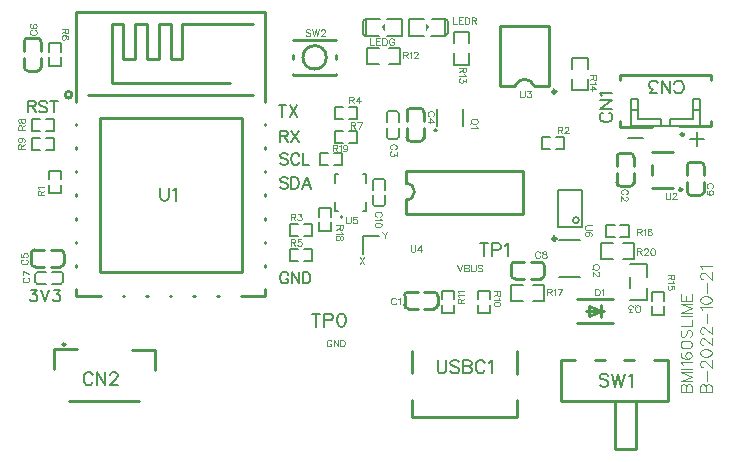
<source format=gto>
G04 Layer: TopSilkscreenLayer*
G04 EasyEDA v6.5.22, 2023-01-18 22:00:42*
G04 8e8bbbff4294455ebee03c083efee197,a9f00e695b414744abbaf3eb758947ea,10*
G04 Gerber Generator version 0.2*
G04 Scale: 100 percent, Rotated: No, Reflected: No *
G04 Dimensions in millimeters *
G04 leading zeros omitted , absolute positions ,4 integer and 5 decimal *
%FSLAX45Y45*%
%MOMM*%

%ADD10C,0.1000*%
%ADD11C,0.1520*%
%ADD12C,0.2000*%
%ADD13C,0.1524*%
%ADD14C,0.2540*%
%ADD15C,0.1270*%
%ADD16C,0.1500*%
%ADD17C,0.2500*%
%ADD18C,0.3000*%
%ADD19C,0.0116*%

%LPD*%
D10*
X7671561Y5676900D02*
G01*
X7767065Y5676900D01*
X7671561Y5676900D02*
G01*
X7671561Y5717794D01*
X7676134Y5731510D01*
X7680706Y5736081D01*
X7689595Y5740654D01*
X7698740Y5740654D01*
X7707884Y5736081D01*
X7712456Y5731510D01*
X7717027Y5717794D01*
X7717027Y5676900D02*
G01*
X7717027Y5717794D01*
X7721600Y5731510D01*
X7725918Y5736081D01*
X7735061Y5740654D01*
X7748777Y5740654D01*
X7757922Y5736081D01*
X7762493Y5731510D01*
X7767065Y5717794D01*
X7767065Y5676900D01*
X7671561Y5770626D02*
G01*
X7767065Y5770626D01*
X7671561Y5770626D02*
G01*
X7767065Y5806947D01*
X7671561Y5843270D02*
G01*
X7767065Y5806947D01*
X7671561Y5843270D02*
G01*
X7767065Y5843270D01*
X7671561Y5873242D02*
G01*
X7767065Y5873242D01*
X7689595Y5903213D02*
G01*
X7685024Y5912357D01*
X7671561Y5926073D01*
X7767065Y5926073D01*
X7685024Y6010655D02*
G01*
X7676134Y6006084D01*
X7671561Y5992368D01*
X7671561Y5983223D01*
X7676134Y5969507D01*
X7689595Y5960618D01*
X7712456Y5956045D01*
X7735061Y5956045D01*
X7753350Y5960618D01*
X7762493Y5969507D01*
X7767065Y5983223D01*
X7767065Y5987795D01*
X7762493Y6001512D01*
X7753350Y6010655D01*
X7739634Y6014973D01*
X7735061Y6014973D01*
X7721600Y6010655D01*
X7712456Y6001512D01*
X7707884Y5987795D01*
X7707884Y5983223D01*
X7712456Y5969507D01*
X7721600Y5960618D01*
X7735061Y5956045D01*
X7671561Y6072378D02*
G01*
X7676134Y6058662D01*
X7689595Y6049518D01*
X7712456Y6045200D01*
X7725918Y6045200D01*
X7748777Y6049518D01*
X7762493Y6058662D01*
X7767065Y6072378D01*
X7767065Y6081521D01*
X7762493Y6094984D01*
X7748777Y6104128D01*
X7725918Y6108700D01*
X7712456Y6108700D01*
X7689595Y6104128D01*
X7676134Y6094984D01*
X7671561Y6081521D01*
X7671561Y6072378D01*
X7685024Y6202426D02*
G01*
X7676134Y6193281D01*
X7671561Y6179565D01*
X7671561Y6161531D01*
X7676134Y6147815D01*
X7685024Y6138671D01*
X7694168Y6138671D01*
X7703311Y6143244D01*
X7707884Y6147815D01*
X7712456Y6156960D01*
X7721600Y6184137D01*
X7725918Y6193281D01*
X7730490Y6197854D01*
X7739634Y6202426D01*
X7753350Y6202426D01*
X7762493Y6193281D01*
X7767065Y6179565D01*
X7767065Y6161531D01*
X7762493Y6147815D01*
X7753350Y6138671D01*
X7671561Y6232397D02*
G01*
X7767065Y6232397D01*
X7767065Y6232397D02*
G01*
X7767065Y6287007D01*
X7671561Y6316979D02*
G01*
X7767065Y6316979D01*
X7671561Y6346952D02*
G01*
X7767065Y6346952D01*
X7671561Y6346952D02*
G01*
X7767065Y6383273D01*
X7671561Y6419595D02*
G01*
X7767065Y6383273D01*
X7671561Y6419595D02*
G01*
X7767065Y6419595D01*
X7671561Y6449568D02*
G01*
X7767065Y6449568D01*
X7671561Y6449568D02*
G01*
X7671561Y6508750D01*
X7717027Y6449568D02*
G01*
X7717027Y6485889D01*
X7767065Y6449568D02*
G01*
X7767065Y6508750D01*
X7836661Y5676900D02*
G01*
X7932165Y5676900D01*
X7836661Y5676900D02*
G01*
X7836661Y5717794D01*
X7841234Y5731510D01*
X7845806Y5736081D01*
X7854695Y5740654D01*
X7863840Y5740654D01*
X7872984Y5736081D01*
X7877556Y5731510D01*
X7882127Y5717794D01*
X7882127Y5676900D02*
G01*
X7882127Y5717794D01*
X7886700Y5731510D01*
X7891018Y5736081D01*
X7900161Y5740654D01*
X7913877Y5740654D01*
X7923022Y5736081D01*
X7927593Y5731510D01*
X7932165Y5717794D01*
X7932165Y5676900D01*
X7891018Y5770626D02*
G01*
X7891018Y5852413D01*
X7859268Y5886957D02*
G01*
X7854695Y5886957D01*
X7845806Y5891529D01*
X7841234Y5896102D01*
X7836661Y5904992D01*
X7836661Y5923279D01*
X7841234Y5932423D01*
X7845806Y5936995D01*
X7854695Y5941568D01*
X7863840Y5941568D01*
X7872984Y5936995D01*
X7886700Y5927852D01*
X7932165Y5882386D01*
X7932165Y5945886D01*
X7836661Y6003289D02*
G01*
X7841234Y5989573D01*
X7854695Y5980429D01*
X7877556Y5976112D01*
X7891018Y5976112D01*
X7913877Y5980429D01*
X7927593Y5989573D01*
X7932165Y6003289D01*
X7932165Y6012434D01*
X7927593Y6025895D01*
X7913877Y6035039D01*
X7891018Y6039612D01*
X7877556Y6039612D01*
X7854695Y6035039D01*
X7841234Y6025895D01*
X7836661Y6012434D01*
X7836661Y6003289D01*
X7859268Y6074155D02*
G01*
X7854695Y6074155D01*
X7845806Y6078728D01*
X7841234Y6083300D01*
X7836661Y6092444D01*
X7836661Y6110478D01*
X7841234Y6119621D01*
X7845806Y6124194D01*
X7854695Y6128765D01*
X7863840Y6128765D01*
X7872984Y6124194D01*
X7886700Y6115050D01*
X7932165Y6069584D01*
X7932165Y6133337D01*
X7859268Y6167881D02*
G01*
X7854695Y6167881D01*
X7845806Y6172454D01*
X7841234Y6177026D01*
X7836661Y6185915D01*
X7836661Y6204204D01*
X7841234Y6213347D01*
X7845806Y6217920D01*
X7854695Y6222237D01*
X7863840Y6222237D01*
X7872984Y6217920D01*
X7886700Y6208776D01*
X7932165Y6163310D01*
X7932165Y6226810D01*
X7891018Y6256781D02*
G01*
X7891018Y6338823D01*
X7854695Y6368795D02*
G01*
X7850124Y6377686D01*
X7836661Y6391402D01*
X7932165Y6391402D01*
X7836661Y6448805D02*
G01*
X7841234Y6435089D01*
X7854695Y6425945D01*
X7877556Y6421373D01*
X7891018Y6421373D01*
X7913877Y6425945D01*
X7927593Y6435089D01*
X7932165Y6448805D01*
X7932165Y6457695D01*
X7927593Y6471412D01*
X7913877Y6480555D01*
X7891018Y6485128D01*
X7877556Y6485128D01*
X7854695Y6480555D01*
X7841234Y6471412D01*
X7836661Y6457695D01*
X7836661Y6448805D01*
X7891018Y6515100D02*
G01*
X7891018Y6596887D01*
X7859268Y6631431D02*
G01*
X7854695Y6631431D01*
X7845806Y6636004D01*
X7841234Y6640576D01*
X7836661Y6649720D01*
X7836661Y6667754D01*
X7841234Y6676897D01*
X7845806Y6681470D01*
X7854695Y6686042D01*
X7863840Y6686042D01*
X7872984Y6681470D01*
X7886700Y6672326D01*
X7932165Y6626860D01*
X7932165Y6690613D01*
X7854695Y6720586D02*
G01*
X7850124Y6729729D01*
X7836661Y6743192D01*
X7932165Y6743192D01*
D11*
X2146300Y8139937D02*
G01*
X2146300Y8044434D01*
X2146300Y8139937D02*
G01*
X2187193Y8139937D01*
X2200909Y8135365D01*
X2205481Y8130794D01*
X2210054Y8121904D01*
X2210054Y8112760D01*
X2205481Y8103615D01*
X2200909Y8099044D01*
X2187193Y8094471D01*
X2146300Y8094471D01*
X2178050Y8094471D02*
G01*
X2210054Y8044434D01*
X2303525Y8126476D02*
G01*
X2294381Y8135365D01*
X2280920Y8139937D01*
X2262631Y8139937D01*
X2248915Y8135365D01*
X2240025Y8126476D01*
X2240025Y8117331D01*
X2244597Y8108187D01*
X2248915Y8103615D01*
X2258059Y8099044D01*
X2285491Y8089900D01*
X2294381Y8085581D01*
X2298954Y8081010D01*
X2303525Y8071865D01*
X2303525Y8058150D01*
X2294381Y8049005D01*
X2280920Y8044434D01*
X2262631Y8044434D01*
X2248915Y8049005D01*
X2240025Y8058150D01*
X2365502Y8139937D02*
G01*
X2365502Y8044434D01*
X2333497Y8139937D02*
G01*
X2397252Y8139937D01*
X4298950Y8101837D02*
G01*
X4298950Y8006334D01*
X4267200Y8101837D02*
G01*
X4330954Y8101837D01*
X4360925Y8101837D02*
G01*
X4424425Y8006334D01*
X4424425Y8101837D02*
G01*
X4360925Y8006334D01*
X4279900Y7885937D02*
G01*
X4279900Y7790434D01*
X4279900Y7885937D02*
G01*
X4320793Y7885937D01*
X4334509Y7881365D01*
X4339081Y7876794D01*
X4343654Y7867904D01*
X4343654Y7858760D01*
X4339081Y7849615D01*
X4334509Y7845044D01*
X4320793Y7840471D01*
X4279900Y7840471D01*
X4311650Y7840471D02*
G01*
X4343654Y7790434D01*
X4373625Y7885937D02*
G01*
X4437125Y7790434D01*
X4437125Y7885937D02*
G01*
X4373625Y7790434D01*
X4343654Y7681976D02*
G01*
X4334509Y7690865D01*
X4320793Y7695437D01*
X4302506Y7695437D01*
X4289043Y7690865D01*
X4279900Y7681976D01*
X4279900Y7672831D01*
X4284472Y7663687D01*
X4289043Y7659115D01*
X4298188Y7654544D01*
X4325365Y7645400D01*
X4334509Y7641081D01*
X4339081Y7636510D01*
X4343654Y7627365D01*
X4343654Y7613650D01*
X4334509Y7604505D01*
X4320793Y7599934D01*
X4302506Y7599934D01*
X4289043Y7604505D01*
X4279900Y7613650D01*
X4441697Y7672831D02*
G01*
X4437125Y7681976D01*
X4427981Y7690865D01*
X4419091Y7695437D01*
X4400804Y7695437D01*
X4391659Y7690865D01*
X4382515Y7681976D01*
X4378197Y7672831D01*
X4373625Y7659115D01*
X4373625Y7636510D01*
X4378197Y7622794D01*
X4382515Y7613650D01*
X4391659Y7604505D01*
X4400804Y7599934D01*
X4419091Y7599934D01*
X4427981Y7604505D01*
X4437125Y7613650D01*
X4441697Y7622794D01*
X4471670Y7695437D02*
G01*
X4471670Y7599934D01*
X4471670Y7599934D02*
G01*
X4526279Y7599934D01*
X4343654Y7478776D02*
G01*
X4334509Y7487665D01*
X4320793Y7492237D01*
X4302506Y7492237D01*
X4289043Y7487665D01*
X4279900Y7478776D01*
X4279900Y7469631D01*
X4284472Y7460487D01*
X4289043Y7455915D01*
X4298188Y7451344D01*
X4325365Y7442200D01*
X4334509Y7437881D01*
X4339081Y7433310D01*
X4343654Y7424165D01*
X4343654Y7410450D01*
X4334509Y7401305D01*
X4320793Y7396734D01*
X4302506Y7396734D01*
X4289043Y7401305D01*
X4279900Y7410450D01*
X4373625Y7492237D02*
G01*
X4373625Y7396734D01*
X4373625Y7492237D02*
G01*
X4405375Y7492237D01*
X4419091Y7487665D01*
X4427981Y7478776D01*
X4432554Y7469631D01*
X4437125Y7455915D01*
X4437125Y7433310D01*
X4432554Y7419594D01*
X4427981Y7410450D01*
X4419091Y7401305D01*
X4405375Y7396734D01*
X4373625Y7396734D01*
X4503420Y7492237D02*
G01*
X4467097Y7396734D01*
X4503420Y7492237D02*
G01*
X4539995Y7396734D01*
X4480813Y7428737D02*
G01*
X4526279Y7428737D01*
X2168143Y6539737D02*
G01*
X2218181Y6539737D01*
X2190750Y6503415D01*
X2204465Y6503415D01*
X2213609Y6498844D01*
X2218181Y6494271D01*
X2222754Y6480810D01*
X2222754Y6471665D01*
X2218181Y6457950D01*
X2209038Y6448805D01*
X2195322Y6444234D01*
X2181606Y6444234D01*
X2168143Y6448805D01*
X2163572Y6453378D01*
X2159000Y6462521D01*
X2252725Y6539737D02*
G01*
X2289047Y6444234D01*
X2325370Y6539737D02*
G01*
X2289047Y6444234D01*
X2364486Y6539737D02*
G01*
X2414524Y6539737D01*
X2387091Y6503415D01*
X2400808Y6503415D01*
X2409952Y6498844D01*
X2414524Y6494271D01*
X2419095Y6480810D01*
X2419095Y6471665D01*
X2414524Y6457950D01*
X2405379Y6448805D01*
X2391663Y6444234D01*
X2378202Y6444234D01*
X2364486Y6448805D01*
X2359913Y6453378D01*
X2355341Y6462521D01*
X4347972Y6669531D02*
G01*
X4343654Y6678676D01*
X4334509Y6687565D01*
X4325365Y6692137D01*
X4307077Y6692137D01*
X4298188Y6687565D01*
X4289043Y6678676D01*
X4284472Y6669531D01*
X4279900Y6655815D01*
X4279900Y6633210D01*
X4284472Y6619494D01*
X4289043Y6610350D01*
X4298188Y6601205D01*
X4307077Y6596634D01*
X4325365Y6596634D01*
X4334509Y6601205D01*
X4343654Y6610350D01*
X4347972Y6619494D01*
X4347972Y6633210D01*
X4325365Y6633210D02*
G01*
X4347972Y6633210D01*
X4378197Y6692137D02*
G01*
X4378197Y6596634D01*
X4378197Y6692137D02*
G01*
X4441697Y6596634D01*
X4441697Y6692137D02*
G01*
X4441697Y6596634D01*
X4471670Y6692137D02*
G01*
X4471670Y6596634D01*
X4471670Y6692137D02*
G01*
X4503420Y6692137D01*
X4517136Y6687565D01*
X4526279Y6678676D01*
X4530852Y6669531D01*
X4535424Y6655815D01*
X4535424Y6633210D01*
X4530852Y6619494D01*
X4526279Y6610350D01*
X4517136Y6601205D01*
X4503420Y6596634D01*
X4471670Y6596634D01*
D10*
X4953000Y6816852D02*
G01*
X4991100Y6759702D01*
X4991100Y6816852D02*
G01*
X4953000Y6759702D01*
X5143500Y7032752D02*
G01*
X5165343Y7005573D01*
X5165343Y6975602D01*
X5187188Y7032752D02*
G01*
X5165343Y7005573D01*
D12*
X7808468Y7877810D02*
G01*
X7808468Y7755128D01*
X7747000Y7816595D02*
G01*
X7869681Y7816595D01*
X7226300Y7829295D02*
G01*
X7348981Y7829295D01*
D10*
X4714493Y6104889D02*
G01*
X4711700Y6110223D01*
X4706365Y6115812D01*
X4700777Y6118352D01*
X4689856Y6118352D01*
X4684522Y6115812D01*
X4678934Y6110223D01*
X4676393Y6104889D01*
X4673600Y6096507D01*
X4673600Y6083045D01*
X4676393Y6074918D01*
X4678934Y6069329D01*
X4684522Y6063995D01*
X4689856Y6061202D01*
X4700777Y6061202D01*
X4706365Y6063995D01*
X4711700Y6069329D01*
X4714493Y6074918D01*
X4714493Y6083045D01*
X4700777Y6083045D02*
G01*
X4714493Y6083045D01*
X4732527Y6118352D02*
G01*
X4732527Y6061202D01*
X4732527Y6118352D02*
G01*
X4770627Y6061202D01*
X4770627Y6118352D02*
G01*
X4770627Y6061202D01*
X4788661Y6118352D02*
G01*
X4788661Y6061202D01*
X4788661Y6118352D02*
G01*
X4807711Y6118352D01*
X4815840Y6115812D01*
X4821427Y6110223D01*
X4824222Y6104889D01*
X4826761Y6096507D01*
X4826761Y6083045D01*
X4824222Y6074918D01*
X4821427Y6069329D01*
X4815840Y6063995D01*
X4807711Y6061202D01*
X4788661Y6061202D01*
X5778500Y6753352D02*
G01*
X5800343Y6696202D01*
X5822188Y6753352D02*
G01*
X5800343Y6696202D01*
X5840222Y6753352D02*
G01*
X5840222Y6696202D01*
X5840222Y6753352D02*
G01*
X5864606Y6753352D01*
X5872988Y6750812D01*
X5875527Y6748018D01*
X5878322Y6742429D01*
X5878322Y6737095D01*
X5875527Y6731508D01*
X5872988Y6728968D01*
X5864606Y6726173D01*
X5840222Y6726173D02*
G01*
X5864606Y6726173D01*
X5872988Y6723379D01*
X5875527Y6720839D01*
X5878322Y6715252D01*
X5878322Y6707123D01*
X5875527Y6701536D01*
X5872988Y6698995D01*
X5864606Y6696202D01*
X5840222Y6696202D01*
X5896356Y6753352D02*
G01*
X5896356Y6712458D01*
X5899150Y6704329D01*
X5904484Y6698995D01*
X5912611Y6696202D01*
X5918200Y6696202D01*
X5926327Y6698995D01*
X5931661Y6704329D01*
X5934456Y6712458D01*
X5934456Y6753352D01*
X5990590Y6745223D02*
G01*
X5985256Y6750812D01*
X5977127Y6753352D01*
X5966206Y6753352D01*
X5958077Y6750812D01*
X5952490Y6745223D01*
X5952490Y6739889D01*
X5955284Y6734302D01*
X5958077Y6731508D01*
X5963411Y6728968D01*
X5979668Y6723379D01*
X5985256Y6720839D01*
X5988050Y6718045D01*
X5990590Y6712458D01*
X5990590Y6704329D01*
X5985256Y6698995D01*
X5977127Y6696202D01*
X5966206Y6696202D01*
X5958077Y6698995D01*
X5952490Y6704329D01*
X6143752Y6527800D02*
G01*
X6086602Y6527800D01*
X6143752Y6527800D02*
G01*
X6143752Y6503162D01*
X6141211Y6495034D01*
X6138418Y6492239D01*
X6132829Y6489700D01*
X6127495Y6489700D01*
X6121908Y6492239D01*
X6119368Y6495034D01*
X6116574Y6503162D01*
X6116574Y6527800D01*
X6116574Y6508750D02*
G01*
X6086602Y6489700D01*
X6132829Y6471665D02*
G01*
X6135624Y6466078D01*
X6143752Y6457950D01*
X6086602Y6457950D01*
X6143752Y6423660D02*
G01*
X6141211Y6431787D01*
X6132829Y6437376D01*
X6119368Y6439915D01*
X6111240Y6439915D01*
X6097524Y6437376D01*
X6089395Y6431787D01*
X6086602Y6423660D01*
X6086602Y6418071D01*
X6089395Y6409944D01*
X6097524Y6404610D01*
X6111240Y6401815D01*
X6119368Y6401815D01*
X6132829Y6404610D01*
X6141211Y6409944D01*
X6143752Y6418071D01*
X6143752Y6423660D01*
X5781547Y6426200D02*
G01*
X5838697Y6426200D01*
X5781547Y6426200D02*
G01*
X5781547Y6450837D01*
X5784088Y6458965D01*
X5786881Y6461760D01*
X5792470Y6464300D01*
X5797804Y6464300D01*
X5803391Y6461760D01*
X5805931Y6458965D01*
X5808725Y6450837D01*
X5808725Y6426200D01*
X5808725Y6445250D02*
G01*
X5838697Y6464300D01*
X5792470Y6482334D02*
G01*
X5789675Y6487921D01*
X5781547Y6496050D01*
X5838697Y6496050D01*
X5792470Y6514084D02*
G01*
X5789675Y6519418D01*
X5781547Y6527545D01*
X5838697Y6527545D01*
D13*
X3263900Y7405115D02*
G01*
X3263900Y7327137D01*
X3268979Y7311644D01*
X3279393Y7301229D01*
X3295141Y7296150D01*
X3305556Y7296150D01*
X3321050Y7301229D01*
X3331463Y7311644D01*
X3336543Y7327137D01*
X3336543Y7405115D01*
X3370834Y7384287D02*
G01*
X3381247Y7389621D01*
X3396995Y7405115D01*
X3396995Y7296150D01*
X7618222Y8229092D02*
G01*
X7623556Y8218678D01*
X7633970Y8208263D01*
X7644129Y8203184D01*
X7664958Y8203184D01*
X7675372Y8208263D01*
X7685786Y8218678D01*
X7691120Y8229092D01*
X7696200Y8244839D01*
X7696200Y8270747D01*
X7691120Y8286242D01*
X7685786Y8296655D01*
X7675372Y8307070D01*
X7664958Y8312150D01*
X7644129Y8312150D01*
X7633970Y8307070D01*
X7623556Y8296655D01*
X7618222Y8286242D01*
X7583931Y8203184D02*
G01*
X7583931Y8312150D01*
X7583931Y8203184D02*
G01*
X7511288Y8312150D01*
X7511288Y8203184D02*
G01*
X7511288Y8312150D01*
X7466584Y8203184D02*
G01*
X7409434Y8203184D01*
X7440675Y8244839D01*
X7424927Y8244839D01*
X7414513Y8249920D01*
X7409434Y8255000D01*
X7404100Y8270747D01*
X7404100Y8281162D01*
X7409434Y8296655D01*
X7419847Y8307070D01*
X7435341Y8312150D01*
X7451090Y8312150D01*
X7466584Y8307070D01*
X7471663Y8301989D01*
X7476997Y8291576D01*
D10*
X4533900Y8739124D02*
G01*
X4528565Y8744712D01*
X4520438Y8747252D01*
X4509515Y8747252D01*
X4501134Y8744712D01*
X4495800Y8739124D01*
X4495800Y8733789D01*
X4498593Y8728202D01*
X4501134Y8725408D01*
X4506722Y8722868D01*
X4522977Y8717279D01*
X4528565Y8714739D01*
X4531359Y8711945D01*
X4533900Y8706358D01*
X4533900Y8698229D01*
X4528565Y8692895D01*
X4520438Y8690102D01*
X4509515Y8690102D01*
X4501134Y8692895D01*
X4495800Y8698229D01*
X4551934Y8747252D02*
G01*
X4565650Y8690102D01*
X4579365Y8747252D02*
G01*
X4565650Y8690102D01*
X4579365Y8747252D02*
G01*
X4592827Y8690102D01*
X4606543Y8747252D02*
G01*
X4592827Y8690102D01*
X4627372Y8733789D02*
G01*
X4627372Y8736329D01*
X4629911Y8741918D01*
X4632706Y8744712D01*
X4638040Y8747252D01*
X4648961Y8747252D01*
X4654550Y8744712D01*
X4657343Y8741918D01*
X4659884Y8736329D01*
X4659884Y8730995D01*
X4657343Y8725408D01*
X4651756Y8717279D01*
X4624577Y8690102D01*
X4662677Y8690102D01*
X6311900Y8226552D02*
G01*
X6311900Y8185658D01*
X6314693Y8177529D01*
X6320027Y8172195D01*
X6328156Y8169402D01*
X6333743Y8169402D01*
X6341872Y8172195D01*
X6347459Y8177529D01*
X6350000Y8185658D01*
X6350000Y8226552D01*
X6373622Y8226552D02*
G01*
X6403593Y8226552D01*
X6387084Y8204708D01*
X6395465Y8204708D01*
X6400800Y8202168D01*
X6403593Y8199373D01*
X6406388Y8191245D01*
X6406388Y8185658D01*
X6403593Y8177529D01*
X6398006Y8172195D01*
X6389877Y8169402D01*
X6381750Y8169402D01*
X6373622Y8172195D01*
X6370827Y8174736D01*
X6368034Y8180323D01*
X4864100Y8175752D02*
G01*
X4864100Y8118602D01*
X4864100Y8175752D02*
G01*
X4888738Y8175752D01*
X4896865Y8173212D01*
X4899659Y8170418D01*
X4902200Y8164829D01*
X4902200Y8159495D01*
X4899659Y8153908D01*
X4896865Y8151368D01*
X4888738Y8148573D01*
X4864100Y8148573D01*
X4883150Y8148573D02*
G01*
X4902200Y8118602D01*
X4947665Y8175752D02*
G01*
X4920234Y8137652D01*
X4961127Y8137652D01*
X4947665Y8175752D02*
G01*
X4947665Y8118602D01*
X4876800Y7959852D02*
G01*
X4876800Y7902702D01*
X4876800Y7959852D02*
G01*
X4901438Y7959852D01*
X4909565Y7957312D01*
X4912359Y7954518D01*
X4914900Y7948929D01*
X4914900Y7943595D01*
X4912359Y7938008D01*
X4909565Y7935468D01*
X4901438Y7932673D01*
X4876800Y7932673D01*
X4895850Y7932673D02*
G01*
X4914900Y7902702D01*
X4971288Y7959852D02*
G01*
X4943856Y7902702D01*
X4932934Y7959852D02*
G01*
X4971288Y7959852D01*
D13*
X7057643Y5814821D02*
G01*
X7047229Y5825236D01*
X7031736Y5830315D01*
X7010908Y5830315D01*
X6995413Y5825236D01*
X6985000Y5814821D01*
X6985000Y5804407D01*
X6990079Y5793994D01*
X6995413Y5788660D01*
X7005827Y5783579D01*
X7037070Y5773165D01*
X7047229Y5768086D01*
X7052563Y5762752D01*
X7057643Y5752337D01*
X7057643Y5736844D01*
X7047229Y5726429D01*
X7031736Y5721350D01*
X7010908Y5721350D01*
X6995413Y5726429D01*
X6985000Y5736844D01*
X7091934Y5830315D02*
G01*
X7118095Y5721350D01*
X7144004Y5830315D02*
G01*
X7118095Y5721350D01*
X7144004Y5830315D02*
G01*
X7169911Y5721350D01*
X7195820Y5830315D02*
G01*
X7169911Y5721350D01*
X7230109Y5809487D02*
G01*
X7240524Y5814821D01*
X7256272Y5830315D01*
X7256272Y5721350D01*
X2694177Y5817107D02*
G01*
X2688843Y5827521D01*
X2678429Y5837936D01*
X2668270Y5843015D01*
X2647441Y5843015D01*
X2637027Y5837936D01*
X2626613Y5827521D01*
X2621279Y5817107D01*
X2616200Y5801360D01*
X2616200Y5775452D01*
X2621279Y5759957D01*
X2626613Y5749544D01*
X2637027Y5739129D01*
X2647441Y5734050D01*
X2668270Y5734050D01*
X2678429Y5739129D01*
X2688843Y5749544D01*
X2694177Y5759957D01*
X2728468Y5843015D02*
G01*
X2728468Y5734050D01*
X2728468Y5843015D02*
G01*
X2801111Y5734050D01*
X2801111Y5843015D02*
G01*
X2801111Y5734050D01*
X2840736Y5817107D02*
G01*
X2840736Y5822187D01*
X2845815Y5832602D01*
X2851150Y5837936D01*
X2861309Y5843015D01*
X2882138Y5843015D01*
X2892552Y5837936D01*
X2897886Y5832602D01*
X2902965Y5822187D01*
X2902965Y5811773D01*
X2897886Y5801360D01*
X2887472Y5785865D01*
X2835402Y5734050D01*
X2908300Y5734050D01*
D10*
X2063241Y7896860D02*
G01*
X2120645Y7896860D01*
X2063241Y7896860D02*
G01*
X2063241Y7921244D01*
X2066036Y7929371D01*
X2068829Y7932165D01*
X2074163Y7934960D01*
X2079752Y7934960D01*
X2085086Y7932165D01*
X2087879Y7929371D01*
X2090674Y7921244D01*
X2090674Y7896860D01*
X2090674Y7915910D02*
G01*
X2120645Y7934960D01*
X2063241Y7966455D02*
G01*
X2066036Y7958328D01*
X2071370Y7955534D01*
X2076958Y7955534D01*
X2082291Y7958328D01*
X2085086Y7963915D01*
X2087879Y7974837D01*
X2090674Y7982965D01*
X2096008Y7988300D01*
X2101341Y7991094D01*
X2109724Y7991094D01*
X2115058Y7988300D01*
X2117852Y7985760D01*
X2120645Y7977378D01*
X2120645Y7966455D01*
X2117852Y7958328D01*
X2115058Y7955534D01*
X2109724Y7952994D01*
X2101341Y7952994D01*
X2096008Y7955534D01*
X2090674Y7961121D01*
X2087879Y7969250D01*
X2085086Y7980171D01*
X2082291Y7985760D01*
X2076958Y7988300D01*
X2071370Y7988300D01*
X2066036Y7985760D01*
X2063241Y7977378D01*
X2063241Y7966455D01*
X5041831Y8671128D02*
G01*
X5041831Y8613978D01*
X5041831Y8613978D02*
G01*
X5074597Y8613978D01*
X5092631Y8671128D02*
G01*
X5092631Y8613978D01*
X5092631Y8671128D02*
G01*
X5128191Y8671128D01*
X5092631Y8643950D02*
G01*
X5114475Y8643950D01*
X5092631Y8613978D02*
G01*
X5128191Y8613978D01*
X5145971Y8671128D02*
G01*
X5145971Y8613978D01*
X5145971Y8671128D02*
G01*
X5165275Y8671128D01*
X5173403Y8668334D01*
X5178737Y8663000D01*
X5181531Y8657412D01*
X5184325Y8649284D01*
X5184325Y8635568D01*
X5181531Y8627440D01*
X5178737Y8622106D01*
X5173403Y8616518D01*
X5165275Y8613978D01*
X5145971Y8613978D01*
X5243253Y8657412D02*
G01*
X5240459Y8663000D01*
X5234871Y8668334D01*
X5229537Y8671128D01*
X5218615Y8671128D01*
X5213281Y8668334D01*
X5207693Y8663000D01*
X5204899Y8657412D01*
X5202359Y8649284D01*
X5202359Y8635568D01*
X5204899Y8627440D01*
X5207693Y8622106D01*
X5213281Y8616518D01*
X5218615Y8613978D01*
X5229537Y8613978D01*
X5234871Y8616518D01*
X5240459Y8622106D01*
X5243253Y8627440D01*
X5243253Y8635568D01*
X5229537Y8635568D02*
G01*
X5243253Y8635568D01*
X5740400Y8848852D02*
G01*
X5740400Y8791702D01*
X5740400Y8791702D02*
G01*
X5773165Y8791702D01*
X5791200Y8848852D02*
G01*
X5791200Y8791702D01*
X5791200Y8848852D02*
G01*
X5826506Y8848852D01*
X5791200Y8821674D02*
G01*
X5813043Y8821674D01*
X5791200Y8791702D02*
G01*
X5826506Y8791702D01*
X5844540Y8848852D02*
G01*
X5844540Y8791702D01*
X5844540Y8848852D02*
G01*
X5863590Y8848852D01*
X5871972Y8846312D01*
X5877306Y8840724D01*
X5880100Y8835389D01*
X5882640Y8827008D01*
X5882640Y8813545D01*
X5880100Y8805418D01*
X5877306Y8799829D01*
X5871972Y8794495D01*
X5863590Y8791702D01*
X5844540Y8791702D01*
X5900674Y8848852D02*
G01*
X5900674Y8791702D01*
X5900674Y8848852D02*
G01*
X5925311Y8848852D01*
X5933440Y8846312D01*
X5936234Y8843518D01*
X5939027Y8837929D01*
X5939027Y8832595D01*
X5936234Y8827008D01*
X5933440Y8824468D01*
X5925311Y8821674D01*
X5900674Y8821674D01*
X5919977Y8821674D02*
G01*
X5939027Y8791702D01*
X5253990Y7731505D02*
G01*
X5259324Y7734300D01*
X5264911Y7739634D01*
X5267452Y7745221D01*
X5267452Y7756144D01*
X5264911Y7761478D01*
X5259324Y7767065D01*
X5253990Y7769605D01*
X5245608Y7772400D01*
X5232145Y7772400D01*
X5224018Y7769605D01*
X5218429Y7767065D01*
X5213095Y7761478D01*
X5210302Y7756144D01*
X5210302Y7745221D01*
X5213095Y7739634D01*
X5218429Y7734300D01*
X5224018Y7731505D01*
X5267452Y7708137D02*
G01*
X5267452Y7677912D01*
X5245608Y7694421D01*
X5245608Y7686294D01*
X5243068Y7680705D01*
X5240274Y7677912D01*
X5232145Y7675371D01*
X5226558Y7675371D01*
X5218429Y7677912D01*
X5213095Y7683500D01*
X5210302Y7691628D01*
X5210302Y7699755D01*
X5213095Y7708137D01*
X5215636Y7710678D01*
X5221224Y7713471D01*
X2112009Y6644894D02*
G01*
X2106675Y6642100D01*
X2101088Y6636765D01*
X2098547Y6631178D01*
X2098547Y6620255D01*
X2101088Y6614921D01*
X2106675Y6609334D01*
X2112009Y6606794D01*
X2120391Y6604000D01*
X2133854Y6604000D01*
X2141981Y6606794D01*
X2147570Y6609334D01*
X2152904Y6614921D01*
X2155697Y6620255D01*
X2155697Y6631178D01*
X2152904Y6636765D01*
X2147570Y6642100D01*
X2141981Y6644894D01*
X2098547Y6701028D02*
G01*
X2155697Y6673850D01*
X2098547Y6662928D02*
G01*
X2098547Y6701028D01*
X6479793Y6854189D02*
G01*
X6477000Y6859523D01*
X6471665Y6865112D01*
X6466077Y6867652D01*
X6455156Y6867652D01*
X6449822Y6865112D01*
X6444234Y6859523D01*
X6441693Y6854189D01*
X6438900Y6845808D01*
X6438900Y6832345D01*
X6441693Y6824218D01*
X6444234Y6818629D01*
X6449822Y6813295D01*
X6455156Y6810502D01*
X6466077Y6810502D01*
X6471665Y6813295D01*
X6477000Y6818629D01*
X6479793Y6824218D01*
X6511543Y6867652D02*
G01*
X6503161Y6865112D01*
X6500622Y6859523D01*
X6500622Y6854189D01*
X6503161Y6848602D01*
X6508750Y6845808D01*
X6519672Y6843268D01*
X6527800Y6840473D01*
X6533388Y6835139D01*
X6535927Y6829552D01*
X6535927Y6821423D01*
X6533388Y6815836D01*
X6530593Y6813295D01*
X6522465Y6810502D01*
X6511543Y6810502D01*
X6503161Y6813295D01*
X6500622Y6815836D01*
X6497827Y6821423D01*
X6497827Y6829552D01*
X6500622Y6835139D01*
X6505956Y6840473D01*
X6514084Y6843268D01*
X6525006Y6845808D01*
X6530593Y6848602D01*
X6533388Y6854189D01*
X6533388Y6859523D01*
X6530593Y6865112D01*
X6522465Y6867652D01*
X6511543Y6867652D01*
X5126990Y7160005D02*
G01*
X5132324Y7162800D01*
X5137911Y7168134D01*
X5140452Y7173721D01*
X5140452Y7184644D01*
X5137911Y7189978D01*
X5132324Y7195565D01*
X5126990Y7198105D01*
X5118608Y7200900D01*
X5105145Y7200900D01*
X5097018Y7198105D01*
X5091429Y7195565D01*
X5086095Y7189978D01*
X5083302Y7184644D01*
X5083302Y7173721D01*
X5086095Y7168134D01*
X5091429Y7162800D01*
X5097018Y7160005D01*
X5129529Y7141971D02*
G01*
X5132324Y7136637D01*
X5140452Y7128255D01*
X5083302Y7128255D01*
X5140452Y7093965D02*
G01*
X5137911Y7102094D01*
X5129529Y7107681D01*
X5116068Y7110476D01*
X5107940Y7110476D01*
X5094224Y7107681D01*
X5086095Y7102094D01*
X5083302Y7093965D01*
X5083302Y7088631D01*
X5086095Y7080250D01*
X5094224Y7074915D01*
X5107940Y7072121D01*
X5116068Y7072121D01*
X5129529Y7074915D01*
X5137911Y7080250D01*
X5140452Y7088631D01*
X5140452Y7093965D01*
X2225547Y7340600D02*
G01*
X2282697Y7340600D01*
X2225547Y7340600D02*
G01*
X2225547Y7365237D01*
X2228088Y7373365D01*
X2230881Y7376160D01*
X2236470Y7378700D01*
X2241804Y7378700D01*
X2247391Y7376160D01*
X2249931Y7373365D01*
X2252725Y7365237D01*
X2252725Y7340600D01*
X2252725Y7359650D02*
G01*
X2282697Y7378700D01*
X2236470Y7396734D02*
G01*
X2233675Y7402321D01*
X2225547Y7410450D01*
X2282697Y7410450D01*
X6629400Y7921752D02*
G01*
X6629400Y7864602D01*
X6629400Y7921752D02*
G01*
X6654038Y7921752D01*
X6662165Y7919212D01*
X6664959Y7916418D01*
X6667500Y7910829D01*
X6667500Y7905495D01*
X6664959Y7899908D01*
X6662165Y7897368D01*
X6654038Y7894573D01*
X6629400Y7894573D01*
X6648450Y7894573D02*
G01*
X6667500Y7864602D01*
X6688327Y7908289D02*
G01*
X6688327Y7910829D01*
X6691122Y7916418D01*
X6693661Y7919212D01*
X6699250Y7921752D01*
X6710172Y7921752D01*
X6715506Y7919212D01*
X6718300Y7916418D01*
X6721093Y7910829D01*
X6721093Y7905495D01*
X6718300Y7899908D01*
X6712965Y7891779D01*
X6685534Y7864602D01*
X6723888Y7864602D01*
X4368800Y7185152D02*
G01*
X4368800Y7128002D01*
X4368800Y7185152D02*
G01*
X4393438Y7185152D01*
X4401565Y7182612D01*
X4404359Y7179818D01*
X4406900Y7174229D01*
X4406900Y7168895D01*
X4404359Y7163308D01*
X4401565Y7160768D01*
X4393438Y7157973D01*
X4368800Y7157973D01*
X4387850Y7157973D02*
G01*
X4406900Y7128002D01*
X4430522Y7185152D02*
G01*
X4460493Y7185152D01*
X4443984Y7163308D01*
X4452365Y7163308D01*
X4457700Y7160768D01*
X4460493Y7157973D01*
X4463288Y7149845D01*
X4463288Y7144258D01*
X4460493Y7136129D01*
X4454906Y7130795D01*
X4446777Y7128002D01*
X4438650Y7128002D01*
X4430522Y7130795D01*
X4427727Y7133336D01*
X4424934Y7138923D01*
X4368800Y6969252D02*
G01*
X4368800Y6912102D01*
X4368800Y6969252D02*
G01*
X4393438Y6969252D01*
X4401565Y6966712D01*
X4404359Y6963918D01*
X4406900Y6958329D01*
X4406900Y6952995D01*
X4404359Y6947408D01*
X4401565Y6944868D01*
X4393438Y6942073D01*
X4368800Y6942073D01*
X4387850Y6942073D02*
G01*
X4406900Y6912102D01*
X4457700Y6969252D02*
G01*
X4430522Y6969252D01*
X4427727Y6944868D01*
X4430522Y6947408D01*
X4438650Y6950202D01*
X4446777Y6950202D01*
X4454906Y6947408D01*
X4460493Y6942073D01*
X4463288Y6933945D01*
X4463288Y6928358D01*
X4460493Y6920229D01*
X4454906Y6914895D01*
X4446777Y6912102D01*
X4438650Y6912102D01*
X4430522Y6914895D01*
X4427727Y6917436D01*
X4424934Y6923023D01*
X2486152Y8750300D02*
G01*
X2429002Y8750300D01*
X2486152Y8750300D02*
G01*
X2486152Y8725662D01*
X2483611Y8717534D01*
X2480818Y8714739D01*
X2475229Y8712200D01*
X2469895Y8712200D01*
X2464308Y8714739D01*
X2461768Y8717534D01*
X2458974Y8725662D01*
X2458974Y8750300D01*
X2458974Y8731250D02*
G01*
X2429002Y8712200D01*
X2478024Y8661400D02*
G01*
X2483611Y8664194D01*
X2486152Y8672321D01*
X2486152Y8677655D01*
X2483611Y8686037D01*
X2475229Y8691371D01*
X2461768Y8694165D01*
X2448052Y8694165D01*
X2437129Y8691371D01*
X2431795Y8686037D01*
X2429002Y8677655D01*
X2429002Y8675115D01*
X2431795Y8666734D01*
X2437129Y8661400D01*
X2445258Y8658605D01*
X2448052Y8658605D01*
X2456179Y8661400D01*
X2461768Y8666734D01*
X2464308Y8675115D01*
X2464308Y8677655D01*
X2461768Y8686037D01*
X2456179Y8691371D01*
X2448052Y8694165D01*
X2060447Y7734300D02*
G01*
X2117597Y7734300D01*
X2060447Y7734300D02*
G01*
X2060447Y7758937D01*
X2062988Y7767065D01*
X2065781Y7769860D01*
X2071370Y7772400D01*
X2076704Y7772400D01*
X2082291Y7769860D01*
X2084831Y7767065D01*
X2087625Y7758937D01*
X2087625Y7734300D01*
X2087625Y7753350D02*
G01*
X2117597Y7772400D01*
X2079497Y7825994D02*
G01*
X2087625Y7823200D01*
X2092959Y7817865D01*
X2095754Y7809484D01*
X2095754Y7806944D01*
X2092959Y7798562D01*
X2087625Y7793228D01*
X2079497Y7790434D01*
X2076704Y7790434D01*
X2068575Y7793228D01*
X2062988Y7798562D01*
X2060447Y7806944D01*
X2060447Y7809484D01*
X2062988Y7817865D01*
X2068575Y7823200D01*
X2079497Y7825994D01*
X2092959Y7825994D01*
X2106675Y7823200D01*
X2114804Y7817865D01*
X2117597Y7809484D01*
X2117597Y7804150D01*
X2114804Y7796021D01*
X2109470Y7793228D01*
X7616952Y6667500D02*
G01*
X7559802Y6667500D01*
X7616952Y6667500D02*
G01*
X7616952Y6642862D01*
X7614411Y6634734D01*
X7611618Y6631939D01*
X7606029Y6629400D01*
X7600695Y6629400D01*
X7595108Y6631939D01*
X7592568Y6634734D01*
X7589774Y6642862D01*
X7589774Y6667500D01*
X7589774Y6648450D02*
G01*
X7559802Y6629400D01*
X7606029Y6611365D02*
G01*
X7608824Y6605778D01*
X7616952Y6597650D01*
X7559802Y6597650D01*
X7616952Y6546850D02*
G01*
X7616952Y6574281D01*
X7592568Y6577076D01*
X7595108Y6574281D01*
X7597902Y6566154D01*
X7597902Y6557771D01*
X7595108Y6549644D01*
X7589774Y6544310D01*
X7581645Y6541515D01*
X7576058Y6541515D01*
X7567929Y6544310D01*
X7562595Y6549644D01*
X7559802Y6557771D01*
X7559802Y6566154D01*
X7562595Y6574281D01*
X7565136Y6577076D01*
X7570724Y6579615D01*
X7302500Y7058152D02*
G01*
X7302500Y7001002D01*
X7302500Y7058152D02*
G01*
X7327138Y7058152D01*
X7335265Y7055612D01*
X7338059Y7052818D01*
X7340600Y7047229D01*
X7340600Y7041895D01*
X7338059Y7036308D01*
X7335265Y7033768D01*
X7327138Y7030973D01*
X7302500Y7030973D01*
X7321550Y7030973D02*
G01*
X7340600Y7001002D01*
X7358634Y7047229D02*
G01*
X7364222Y7050023D01*
X7372350Y7058152D01*
X7372350Y7001002D01*
X7423150Y7050023D02*
G01*
X7420356Y7055612D01*
X7412227Y7058152D01*
X7406640Y7058152D01*
X7398511Y7055612D01*
X7392924Y7047229D01*
X7390384Y7033768D01*
X7390384Y7020052D01*
X7392924Y7009129D01*
X7398511Y7003795D01*
X7406640Y7001002D01*
X7409434Y7001002D01*
X7417561Y7003795D01*
X7423150Y7009129D01*
X7425690Y7017258D01*
X7425690Y7020052D01*
X7423150Y7028179D01*
X7417561Y7033768D01*
X7409434Y7036308D01*
X7406640Y7036308D01*
X7398511Y7033768D01*
X7392924Y7028179D01*
X7390384Y7020052D01*
X4810252Y7086600D02*
G01*
X4753102Y7086600D01*
X4810252Y7086600D02*
G01*
X4810252Y7061962D01*
X4807711Y7053834D01*
X4804918Y7051039D01*
X4799329Y7048500D01*
X4793995Y7048500D01*
X4788408Y7051039D01*
X4785868Y7053834D01*
X4783074Y7061962D01*
X4783074Y7086600D01*
X4783074Y7067550D02*
G01*
X4753102Y7048500D01*
X4799329Y7030465D02*
G01*
X4802124Y7024878D01*
X4810252Y7016750D01*
X4753102Y7016750D01*
X4810252Y6985254D02*
G01*
X4807711Y6993381D01*
X4802124Y6996176D01*
X4796790Y6996176D01*
X4791202Y6993381D01*
X4788408Y6987794D01*
X4785868Y6976871D01*
X4783074Y6968744D01*
X4777740Y6963410D01*
X4772152Y6960615D01*
X4764024Y6960615D01*
X4758436Y6963410D01*
X4755895Y6965950D01*
X4753102Y6974331D01*
X4753102Y6985254D01*
X4755895Y6993381D01*
X4758436Y6996176D01*
X4764024Y6998715D01*
X4772152Y6998715D01*
X4777740Y6996176D01*
X4783074Y6990587D01*
X4785868Y6982460D01*
X4788408Y6971537D01*
X4791202Y6965950D01*
X4796790Y6963410D01*
X4802124Y6963410D01*
X4807711Y6965950D01*
X4810252Y6974331D01*
X4810252Y6985254D01*
X4724400Y7769352D02*
G01*
X4724400Y7712202D01*
X4724400Y7769352D02*
G01*
X4749038Y7769352D01*
X4757165Y7766812D01*
X4759959Y7764018D01*
X4762500Y7758429D01*
X4762500Y7753095D01*
X4759959Y7747508D01*
X4757165Y7744968D01*
X4749038Y7742173D01*
X4724400Y7742173D01*
X4743450Y7742173D02*
G01*
X4762500Y7712202D01*
X4780534Y7758429D02*
G01*
X4786122Y7761223D01*
X4794250Y7769352D01*
X4794250Y7712202D01*
X4847590Y7750302D02*
G01*
X4845050Y7742173D01*
X4839461Y7736839D01*
X4831334Y7734045D01*
X4828540Y7734045D01*
X4820411Y7736839D01*
X4814824Y7742173D01*
X4812284Y7750302D01*
X4812284Y7753095D01*
X4814824Y7761223D01*
X4820411Y7766812D01*
X4828540Y7769352D01*
X4831334Y7769352D01*
X4839461Y7766812D01*
X4845050Y7761223D01*
X4847590Y7750302D01*
X4847590Y7736839D01*
X4845050Y7723123D01*
X4839461Y7714995D01*
X4831334Y7712202D01*
X4825745Y7712202D01*
X4817618Y7714995D01*
X4814824Y7720329D01*
X6981952Y6740144D02*
G01*
X6979411Y6745478D01*
X6973824Y6751065D01*
X6968490Y6753605D01*
X6960108Y6756400D01*
X6946645Y6756400D01*
X6938518Y6753605D01*
X6932929Y6751065D01*
X6927595Y6745478D01*
X6924802Y6740144D01*
X6924802Y6729221D01*
X6927595Y6723634D01*
X6932929Y6718300D01*
X6938518Y6715505D01*
X6946645Y6712712D01*
X6960108Y6712712D01*
X6968490Y6715505D01*
X6973824Y6718300D01*
X6979411Y6723634D01*
X6981952Y6729221D01*
X6981952Y6740144D01*
X6935724Y6731762D02*
G01*
X6919213Y6715505D01*
X6968490Y6692137D02*
G01*
X6971029Y6692137D01*
X6976618Y6689344D01*
X6979411Y6686550D01*
X6981952Y6681215D01*
X6981952Y6670294D01*
X6979411Y6664705D01*
X6976618Y6661912D01*
X6971029Y6659371D01*
X6965695Y6659371D01*
X6960108Y6661912D01*
X6951979Y6667500D01*
X6924802Y6694678D01*
X6924802Y6656578D01*
X6946900Y6550152D02*
G01*
X6946900Y6493002D01*
X6946900Y6550152D02*
G01*
X6965950Y6550152D01*
X6974077Y6547612D01*
X6979665Y6542023D01*
X6982459Y6536689D01*
X6985000Y6528307D01*
X6985000Y6514845D01*
X6982459Y6506718D01*
X6979665Y6501129D01*
X6974077Y6495795D01*
X6965950Y6493002D01*
X6946900Y6493002D01*
X7003034Y6539229D02*
G01*
X7008622Y6542023D01*
X7016750Y6550152D01*
X7016750Y6493002D01*
X7311643Y6353047D02*
G01*
X7316977Y6355587D01*
X7322565Y6361176D01*
X7325106Y6366510D01*
X7327900Y6374892D01*
X7327900Y6388354D01*
X7325106Y6396481D01*
X7322565Y6402070D01*
X7316977Y6407404D01*
X7311643Y6410197D01*
X7300722Y6410197D01*
X7295134Y6407404D01*
X7289800Y6402070D01*
X7287006Y6396481D01*
X7284211Y6388354D01*
X7284211Y6374892D01*
X7287006Y6366510D01*
X7289800Y6361176D01*
X7295134Y6355587D01*
X7300722Y6353047D01*
X7311643Y6353047D01*
X7303261Y6399276D02*
G01*
X7287006Y6415786D01*
X7260843Y6353047D02*
G01*
X7230872Y6353047D01*
X7247127Y6374892D01*
X7239000Y6374892D01*
X7233411Y6377431D01*
X7230872Y6380226D01*
X7228077Y6388354D01*
X7228077Y6393942D01*
X7230872Y6402070D01*
X7236206Y6407404D01*
X7244334Y6410197D01*
X7252715Y6410197D01*
X7260843Y6407404D01*
X7263638Y6404863D01*
X7266177Y6399276D01*
X7302500Y6893052D02*
G01*
X7302500Y6835902D01*
X7302500Y6893052D02*
G01*
X7327138Y6893052D01*
X7335265Y6890512D01*
X7338059Y6887718D01*
X7340600Y6882129D01*
X7340600Y6876795D01*
X7338059Y6871208D01*
X7335265Y6868668D01*
X7327138Y6865873D01*
X7302500Y6865873D01*
X7321550Y6865873D02*
G01*
X7340600Y6835902D01*
X7361427Y6879589D02*
G01*
X7361427Y6882129D01*
X7364222Y6887718D01*
X7366761Y6890512D01*
X7372350Y6893052D01*
X7383272Y6893052D01*
X7388606Y6890512D01*
X7391400Y6887718D01*
X7394193Y6882129D01*
X7394193Y6876795D01*
X7391400Y6871208D01*
X7386065Y6863079D01*
X7358634Y6835902D01*
X7396988Y6835902D01*
X7431277Y6893052D02*
G01*
X7423150Y6890512D01*
X7417561Y6882129D01*
X7414768Y6868668D01*
X7414768Y6860539D01*
X7417561Y6846823D01*
X7423150Y6838695D01*
X7431277Y6835902D01*
X7436611Y6835902D01*
X7444740Y6838695D01*
X7450327Y6846823D01*
X7453122Y6860539D01*
X7453122Y6868668D01*
X7450327Y6882129D01*
X7444740Y6890512D01*
X7436611Y6893052D01*
X7431277Y6893052D01*
D13*
X4582922Y6338315D02*
G01*
X4582922Y6229350D01*
X4546600Y6338315D02*
G01*
X4619243Y6338315D01*
X4653534Y6338315D02*
G01*
X4653534Y6229350D01*
X4653534Y6338315D02*
G01*
X4700270Y6338315D01*
X4716018Y6333236D01*
X4721097Y6327902D01*
X4726431Y6317487D01*
X4726431Y6301994D01*
X4721097Y6291579D01*
X4716018Y6286500D01*
X4700270Y6281165D01*
X4653534Y6281165D01*
X4791709Y6338315D02*
G01*
X4776215Y6333236D01*
X4765802Y6317487D01*
X4760722Y6291579D01*
X4760722Y6276086D01*
X4765802Y6249923D01*
X4776215Y6234429D01*
X4791709Y6229350D01*
X4802124Y6229350D01*
X4817872Y6234429D01*
X4828286Y6249923D01*
X4833365Y6276086D01*
X4833365Y6291579D01*
X4828286Y6317487D01*
X4817872Y6333236D01*
X4802124Y6338315D01*
X4791709Y6338315D01*
X6005322Y6935215D02*
G01*
X6005322Y6826250D01*
X5969000Y6935215D02*
G01*
X6041643Y6935215D01*
X6075934Y6935215D02*
G01*
X6075934Y6826250D01*
X6075934Y6935215D02*
G01*
X6122670Y6935215D01*
X6138418Y6930136D01*
X6143497Y6924802D01*
X6148831Y6914387D01*
X6148831Y6898894D01*
X6143497Y6888479D01*
X6138418Y6883400D01*
X6122670Y6878065D01*
X6075934Y6878065D01*
X6183122Y6914387D02*
G01*
X6193536Y6919721D01*
X6209029Y6935215D01*
X6209029Y6826250D01*
D10*
X7933690Y7401305D02*
G01*
X7939024Y7404100D01*
X7944611Y7409434D01*
X7947152Y7415021D01*
X7947152Y7425944D01*
X7944611Y7431278D01*
X7939024Y7436865D01*
X7933690Y7439405D01*
X7925308Y7442200D01*
X7911845Y7442200D01*
X7903718Y7439405D01*
X7898129Y7436865D01*
X7892795Y7431278D01*
X7890002Y7425944D01*
X7890002Y7415021D01*
X7892795Y7409434D01*
X7898129Y7404100D01*
X7903718Y7401305D01*
X7928102Y7347712D02*
G01*
X7919974Y7350505D01*
X7914640Y7356094D01*
X7911845Y7364221D01*
X7911845Y7367015D01*
X7914640Y7375144D01*
X7919974Y7380478D01*
X7928102Y7383271D01*
X7930895Y7383271D01*
X7939024Y7380478D01*
X7944611Y7375144D01*
X7947152Y7367015D01*
X7947152Y7364221D01*
X7944611Y7356094D01*
X7939024Y7350505D01*
X7928102Y7347712D01*
X7914640Y7347712D01*
X7900924Y7350505D01*
X7892795Y7356094D01*
X7890002Y7364221D01*
X7890002Y7369555D01*
X7892795Y7377937D01*
X7898129Y7380478D01*
X7209790Y7350505D02*
G01*
X7215124Y7353300D01*
X7220711Y7358634D01*
X7223252Y7364221D01*
X7223252Y7375144D01*
X7220711Y7380478D01*
X7215124Y7386065D01*
X7209790Y7388605D01*
X7201408Y7391400D01*
X7187945Y7391400D01*
X7179818Y7388605D01*
X7174229Y7386065D01*
X7168895Y7380478D01*
X7166102Y7375144D01*
X7166102Y7364221D01*
X7168895Y7358634D01*
X7174229Y7353300D01*
X7179818Y7350505D01*
X7209790Y7329678D02*
G01*
X7212329Y7329678D01*
X7217918Y7327137D01*
X7220711Y7324344D01*
X7223252Y7318755D01*
X7223252Y7307834D01*
X7220711Y7302500D01*
X7217918Y7299705D01*
X7212329Y7296912D01*
X7206995Y7296912D01*
X7201408Y7299705D01*
X7193279Y7305294D01*
X7166102Y7332471D01*
X7166102Y7294371D01*
X4838700Y7159752D02*
G01*
X4838700Y7118858D01*
X4841493Y7110729D01*
X4846827Y7105395D01*
X4854956Y7102602D01*
X4860543Y7102602D01*
X4868672Y7105395D01*
X4874259Y7110729D01*
X4876800Y7118858D01*
X4876800Y7159752D01*
X4927600Y7159752D02*
G01*
X4900422Y7159752D01*
X4897627Y7135368D01*
X4900422Y7137908D01*
X4908550Y7140702D01*
X4916677Y7140702D01*
X4924806Y7137908D01*
X4930393Y7132573D01*
X4933188Y7124445D01*
X4933188Y7118858D01*
X4930393Y7110729D01*
X4924806Y7105395D01*
X4916677Y7102602D01*
X4908550Y7102602D01*
X4900422Y7105395D01*
X4897627Y7107936D01*
X4894834Y7113523D01*
X5260593Y6460489D02*
G01*
X5257800Y6465823D01*
X5252465Y6471412D01*
X5246877Y6473952D01*
X5235956Y6473952D01*
X5230622Y6471412D01*
X5225034Y6465823D01*
X5222493Y6460489D01*
X5219700Y6452107D01*
X5219700Y6438645D01*
X5222493Y6430518D01*
X5225034Y6424929D01*
X5230622Y6419595D01*
X5235956Y6416802D01*
X5246877Y6416802D01*
X5252465Y6419595D01*
X5257800Y6424929D01*
X5260593Y6430518D01*
X5278627Y6463029D02*
G01*
X5283961Y6465823D01*
X5292343Y6473952D01*
X5292343Y6416802D01*
X2099309Y6797294D02*
G01*
X2093975Y6794500D01*
X2088388Y6789165D01*
X2085847Y6783578D01*
X2085847Y6772655D01*
X2088388Y6767321D01*
X2093975Y6761734D01*
X2099309Y6759194D01*
X2107691Y6756400D01*
X2121154Y6756400D01*
X2129281Y6759194D01*
X2134870Y6761734D01*
X2140204Y6767321D01*
X2142997Y6772655D01*
X2142997Y6783578D01*
X2140204Y6789165D01*
X2134870Y6794500D01*
X2129281Y6797294D01*
X2085847Y6848094D02*
G01*
X2085847Y6820662D01*
X2110231Y6818121D01*
X2107691Y6820662D01*
X2104897Y6829044D01*
X2104897Y6837171D01*
X2107691Y6845300D01*
X2113025Y6850887D01*
X2121154Y6853428D01*
X2126741Y6853428D01*
X2134870Y6850887D01*
X2140204Y6845300D01*
X2142997Y6837171D01*
X2142997Y6829044D01*
X2140204Y6820662D01*
X2137663Y6818121D01*
X2132075Y6815328D01*
X2175509Y8740394D02*
G01*
X2170175Y8737600D01*
X2164588Y8732265D01*
X2162047Y8726678D01*
X2162047Y8715755D01*
X2164588Y8710421D01*
X2170175Y8704834D01*
X2175509Y8702294D01*
X2183891Y8699500D01*
X2197354Y8699500D01*
X2205481Y8702294D01*
X2211070Y8704834D01*
X2216404Y8710421D01*
X2219197Y8715755D01*
X2219197Y8726678D01*
X2216404Y8732265D01*
X2211070Y8737600D01*
X2205481Y8740394D01*
X2170175Y8791194D02*
G01*
X2164588Y8788400D01*
X2162047Y8780271D01*
X2162047Y8774684D01*
X2164588Y8766555D01*
X2172970Y8761221D01*
X2186431Y8758428D01*
X2200147Y8758428D01*
X2211070Y8761221D01*
X2216404Y8766555D01*
X2219197Y8774684D01*
X2219197Y8777478D01*
X2216404Y8785605D01*
X2211070Y8791194D01*
X2202941Y8793987D01*
X2200147Y8793987D01*
X2192020Y8791194D01*
X2186431Y8785605D01*
X2183891Y8777478D01*
X2183891Y8774684D01*
X2186431Y8766555D01*
X2192020Y8761221D01*
X2200147Y8758428D01*
D13*
X7009891Y8040878D02*
G01*
X6999477Y8035544D01*
X6989063Y8025129D01*
X6983984Y8014970D01*
X6983984Y7994142D01*
X6989063Y7983728D01*
X6999477Y7973313D01*
X7009891Y7967979D01*
X7025640Y7962900D01*
X7051547Y7962900D01*
X7067041Y7967979D01*
X7077456Y7973313D01*
X7087870Y7983728D01*
X7092950Y7994142D01*
X7092950Y8014970D01*
X7087870Y8025129D01*
X7077456Y8035544D01*
X7067041Y8040878D01*
X6983984Y8075168D02*
G01*
X7092950Y8075168D01*
X6983984Y8075168D02*
G01*
X7092950Y8147812D01*
X6983984Y8147812D02*
G01*
X7092950Y8147812D01*
X7004811Y8182102D02*
G01*
X6999477Y8192515D01*
X6983984Y8208010D01*
X7092950Y8208010D01*
D10*
X5953252Y7972044D02*
G01*
X5950711Y7977378D01*
X5945124Y7982965D01*
X5939790Y7985505D01*
X5931408Y7988300D01*
X5917945Y7988300D01*
X5909818Y7985505D01*
X5904229Y7982965D01*
X5898895Y7977378D01*
X5896102Y7972044D01*
X5896102Y7961121D01*
X5898895Y7955534D01*
X5904229Y7950200D01*
X5909818Y7947405D01*
X5917945Y7944612D01*
X5931408Y7944612D01*
X5939790Y7947405D01*
X5945124Y7950200D01*
X5950711Y7955534D01*
X5953252Y7961121D01*
X5953252Y7972044D01*
X5907024Y7963662D02*
G01*
X5890513Y7947405D01*
X5942329Y7926578D02*
G01*
X5945124Y7921244D01*
X5953252Y7913115D01*
X5896102Y7913115D01*
X6918452Y7086600D02*
G01*
X6877558Y7086600D01*
X6869429Y7083805D01*
X6864095Y7078471D01*
X6861302Y7070344D01*
X6861302Y7064755D01*
X6864095Y7056628D01*
X6869429Y7051039D01*
X6877558Y7048500D01*
X6918452Y7048500D01*
X6910324Y6997700D02*
G01*
X6915911Y7000494D01*
X6918452Y7008621D01*
X6918452Y7013955D01*
X6915911Y7022337D01*
X6907529Y7027671D01*
X6894068Y7030465D01*
X6880352Y7030465D01*
X6869429Y7027671D01*
X6864095Y7022337D01*
X6861302Y7013955D01*
X6861302Y7011415D01*
X6864095Y7003034D01*
X6869429Y6997700D01*
X6877558Y6994905D01*
X6880352Y6994905D01*
X6888479Y6997700D01*
X6894068Y7003034D01*
X6896608Y7011415D01*
X6896608Y7013955D01*
X6894068Y7022337D01*
X6888479Y7027671D01*
X6880352Y7030465D01*
X5321300Y8556752D02*
G01*
X5321300Y8499602D01*
X5321300Y8556752D02*
G01*
X5345938Y8556752D01*
X5354065Y8554212D01*
X5356859Y8551418D01*
X5359400Y8545829D01*
X5359400Y8540495D01*
X5356859Y8534908D01*
X5354065Y8532368D01*
X5345938Y8529574D01*
X5321300Y8529574D01*
X5340350Y8529574D02*
G01*
X5359400Y8499602D01*
X5377434Y8545829D02*
G01*
X5383022Y8548624D01*
X5391150Y8556752D01*
X5391150Y8499602D01*
X5411724Y8543289D02*
G01*
X5411724Y8545829D01*
X5414518Y8551418D01*
X5417311Y8554212D01*
X5422645Y8556752D01*
X5433568Y8556752D01*
X5439156Y8554212D01*
X5441950Y8551418D01*
X5444490Y8545829D01*
X5444490Y8540495D01*
X5441950Y8534908D01*
X5436361Y8526779D01*
X5409184Y8499602D01*
X5447284Y8499602D01*
X5851652Y8420100D02*
G01*
X5794502Y8420100D01*
X5851652Y8420100D02*
G01*
X5851652Y8395462D01*
X5849111Y8387334D01*
X5846318Y8384539D01*
X5840729Y8382000D01*
X5835395Y8382000D01*
X5829808Y8384539D01*
X5827268Y8387334D01*
X5824474Y8395462D01*
X5824474Y8420100D01*
X5824474Y8401050D02*
G01*
X5794502Y8382000D01*
X5840729Y8363965D02*
G01*
X5843524Y8358378D01*
X5851652Y8350250D01*
X5794502Y8350250D01*
X5851652Y8326881D02*
G01*
X5851652Y8296910D01*
X5829808Y8313165D01*
X5829808Y8305037D01*
X5827268Y8299450D01*
X5824474Y8296910D01*
X5816345Y8294115D01*
X5810758Y8294115D01*
X5802629Y8296910D01*
X5797295Y8302244D01*
X5794502Y8310371D01*
X5794502Y8318754D01*
X5797295Y8326881D01*
X5799836Y8329676D01*
X5805424Y8332215D01*
X6956552Y8356600D02*
G01*
X6899402Y8356600D01*
X6956552Y8356600D02*
G01*
X6956552Y8331962D01*
X6954011Y8323834D01*
X6951218Y8321039D01*
X6945629Y8318500D01*
X6940295Y8318500D01*
X6934708Y8321039D01*
X6932168Y8323834D01*
X6929374Y8331962D01*
X6929374Y8356600D01*
X6929374Y8337550D02*
G01*
X6899402Y8318500D01*
X6945629Y8300465D02*
G01*
X6948424Y8294878D01*
X6956552Y8286750D01*
X6899402Y8286750D01*
X6956552Y8241537D02*
G01*
X6918452Y8268715D01*
X6918452Y8227821D01*
X6956552Y8241537D02*
G01*
X6899402Y8241537D01*
X6540500Y6550152D02*
G01*
X6540500Y6493002D01*
X6540500Y6550152D02*
G01*
X6565138Y6550152D01*
X6573265Y6547612D01*
X6576059Y6544818D01*
X6578600Y6539229D01*
X6578600Y6533895D01*
X6576059Y6528307D01*
X6573265Y6525768D01*
X6565138Y6522973D01*
X6540500Y6522973D01*
X6559550Y6522973D02*
G01*
X6578600Y6493002D01*
X6596634Y6539229D02*
G01*
X6602222Y6542023D01*
X6610350Y6550152D01*
X6610350Y6493002D01*
X6666484Y6550152D02*
G01*
X6639306Y6493002D01*
X6628384Y6550152D02*
G01*
X6666484Y6550152D01*
X7543825Y7362926D02*
G01*
X7543825Y7322032D01*
X7546619Y7313904D01*
X7551953Y7308570D01*
X7560081Y7305776D01*
X7565669Y7305776D01*
X7573797Y7308570D01*
X7579131Y7313904D01*
X7581925Y7322032D01*
X7581925Y7362926D01*
X7602753Y7349464D02*
G01*
X7602753Y7352258D01*
X7605547Y7357592D01*
X7608087Y7360386D01*
X7613675Y7362926D01*
X7624597Y7362926D01*
X7629931Y7360386D01*
X7632725Y7357592D01*
X7635519Y7352258D01*
X7635519Y7346670D01*
X7632725Y7341336D01*
X7627137Y7332954D01*
X7599959Y7305776D01*
X7638059Y7305776D01*
X5384800Y6918452D02*
G01*
X5384800Y6877558D01*
X5387593Y6869429D01*
X5392927Y6864095D01*
X5401056Y6861302D01*
X5406643Y6861302D01*
X5414772Y6864095D01*
X5420359Y6869429D01*
X5422900Y6877558D01*
X5422900Y6918452D01*
X5468365Y6918452D02*
G01*
X5440934Y6880352D01*
X5481827Y6880352D01*
X5468365Y6918452D02*
G01*
X5468365Y6861302D01*
D13*
X5613400Y5944615D02*
G01*
X5613400Y5866637D01*
X5618479Y5851144D01*
X5628893Y5840729D01*
X5644641Y5835650D01*
X5655056Y5835650D01*
X5670550Y5840729D01*
X5680963Y5851144D01*
X5686043Y5866637D01*
X5686043Y5944615D01*
X5793231Y5929121D02*
G01*
X5782818Y5939536D01*
X5767070Y5944615D01*
X5746495Y5944615D01*
X5730747Y5939536D01*
X5720334Y5929121D01*
X5720334Y5918707D01*
X5725668Y5908294D01*
X5730747Y5902960D01*
X5741161Y5897879D01*
X5772404Y5887465D01*
X5782818Y5882386D01*
X5787897Y5877052D01*
X5793231Y5866637D01*
X5793231Y5851144D01*
X5782818Y5840729D01*
X5767070Y5835650D01*
X5746495Y5835650D01*
X5730747Y5840729D01*
X5720334Y5851144D01*
X5827522Y5944615D02*
G01*
X5827522Y5835650D01*
X5827522Y5944615D02*
G01*
X5874258Y5944615D01*
X5889752Y5939536D01*
X5895086Y5934202D01*
X5900165Y5923787D01*
X5900165Y5913373D01*
X5895086Y5902960D01*
X5889752Y5897879D01*
X5874258Y5892800D01*
X5827522Y5892800D02*
G01*
X5874258Y5892800D01*
X5889752Y5887465D01*
X5895086Y5882386D01*
X5900165Y5871971D01*
X5900165Y5856223D01*
X5895086Y5845810D01*
X5889752Y5840729D01*
X5874258Y5835650D01*
X5827522Y5835650D01*
X6012434Y5918707D02*
G01*
X6007100Y5929121D01*
X5996940Y5939536D01*
X5986525Y5944615D01*
X5965697Y5944615D01*
X5955284Y5939536D01*
X5944870Y5929121D01*
X5939790Y5918707D01*
X5934456Y5902960D01*
X5934456Y5877052D01*
X5939790Y5861557D01*
X5944870Y5851144D01*
X5955284Y5840729D01*
X5965697Y5835650D01*
X5986525Y5835650D01*
X5996940Y5840729D01*
X6007100Y5851144D01*
X6012434Y5861557D01*
X6046724Y5923787D02*
G01*
X6057138Y5929121D01*
X6072631Y5944615D01*
X6072631Y5835650D01*
D10*
X5571490Y8010905D02*
G01*
X5576824Y8013700D01*
X5582411Y8019034D01*
X5584952Y8024621D01*
X5584952Y8035544D01*
X5582411Y8040878D01*
X5576824Y8046465D01*
X5571490Y8049005D01*
X5563108Y8051800D01*
X5549645Y8051800D01*
X5541518Y8049005D01*
X5535929Y8046465D01*
X5530595Y8040878D01*
X5527802Y8035544D01*
X5527802Y8024621D01*
X5530595Y8019034D01*
X5535929Y8013700D01*
X5541518Y8010905D01*
X5584952Y7965694D02*
G01*
X5546852Y7992871D01*
X5546852Y7951978D01*
X5584952Y7965694D02*
G01*
X5527802Y7965694D01*
G36*
X5168188Y8798966D02*
G01*
X5142230Y8763000D01*
X5167223Y8726982D01*
G37*
G36*
X5513476Y8799017D02*
G01*
X5512511Y8727033D01*
X5538470Y8763000D01*
G37*
D12*
X4978400Y6997700D02*
G01*
X5118100Y6997700D01*
X4978400Y6997700D02*
G01*
X4978400Y6845300D01*
D13*
X5957239Y6461521D02*
G01*
X5957239Y6533324D01*
X6056960Y6533324D01*
X6056960Y6461521D01*
X5957239Y6416278D02*
G01*
X5957239Y6344475D01*
X6056960Y6344475D01*
X6056960Y6416278D01*
X5752160Y6416278D02*
G01*
X5752160Y6344475D01*
X5652439Y6344475D01*
X5652439Y6416278D01*
X5752160Y6461521D02*
G01*
X5752160Y6533324D01*
X5652439Y6533324D01*
X5652439Y6461521D01*
D14*
X2552738Y7935274D02*
G01*
X2552738Y7949046D01*
X2552738Y7735275D02*
G01*
X2552738Y7749047D01*
X2552738Y7535275D02*
G01*
X2552738Y7549047D01*
X2552738Y7335276D02*
G01*
X2552738Y7349048D01*
X2552738Y7135276D02*
G01*
X2552738Y7149048D01*
X2552738Y6935276D02*
G01*
X2552738Y6949048D01*
X2552738Y6735277D02*
G01*
X2552738Y6749049D01*
X2759725Y6492405D02*
G01*
X2552738Y6492405D01*
X2552738Y6549049D01*
X2959521Y6492405D02*
G01*
X2945952Y6492405D01*
X3159394Y6492405D02*
G01*
X3145749Y6492405D01*
X3359470Y6492405D02*
G01*
X3345621Y6492405D01*
X3559393Y6492405D02*
G01*
X3545697Y6492405D01*
X3759393Y6492405D02*
G01*
X3745621Y6492405D01*
X4152684Y6549049D02*
G01*
X4152684Y6492405D01*
X3945620Y6492405D01*
X4152684Y6749049D02*
G01*
X4152684Y6735277D01*
X4152684Y6949048D02*
G01*
X4152684Y6935276D01*
X4152684Y7149048D02*
G01*
X4152684Y7135276D01*
X4152684Y7349048D02*
G01*
X4152684Y7335276D01*
X4152684Y7549047D02*
G01*
X4152684Y7535275D01*
X4152684Y7749047D02*
G01*
X4152684Y7735275D01*
X4152684Y7949046D02*
G01*
X4152684Y7935274D01*
X2552738Y8135274D02*
G01*
X2552738Y8892181D01*
X4152684Y8892181D02*
G01*
X4152684Y8135274D01*
X3852684Y8292183D02*
G01*
X2852686Y8292183D01*
X2852686Y8792182D01*
X2952686Y8792182D01*
X2952686Y8492182D01*
X3052686Y8492182D01*
X3052686Y8792182D01*
X3152686Y8792182D01*
X3152686Y8492182D01*
X3252685Y8492182D01*
X3252685Y8792182D01*
X3352685Y8792182D01*
X3352685Y8492182D01*
X3452685Y8492182D01*
X3452685Y8792182D01*
X4052684Y8792182D01*
X2752686Y7992183D02*
G01*
X2752686Y6692186D01*
X3952684Y6692186D01*
X3952684Y7992183D01*
X2752686Y7992183D01*
X2652687Y8192183D02*
G01*
X4052684Y8192183D01*
X2552687Y8892181D02*
G01*
X4152684Y8892181D01*
D15*
X7836281Y8064500D02*
G01*
X7836281Y8154418D01*
X7776336Y8154418D01*
X7776336Y8064500D01*
X7836281Y8064500D01*
X7836281Y7924548D01*
X7581265Y7924548D01*
X7501509Y7924548D01*
X7246493Y7924548D01*
X7246493Y8064500D01*
X7246493Y8154418D01*
X7306436Y8154418D01*
X7306436Y8064500D01*
X7246493Y8064500D01*
X7306436Y8064500D02*
G01*
X7306436Y7984497D01*
X7501509Y7984497D01*
X7501509Y7924548D01*
X7776336Y8064500D02*
G01*
X7776336Y7984497D01*
X7581265Y7984497D01*
X7581265Y7924548D01*
D14*
X4391997Y8658999D02*
G01*
X4752002Y8658999D01*
X4391997Y8359000D02*
G01*
X4752002Y8359000D01*
X4391997Y8658999D02*
G01*
X4391997Y8652113D01*
X4391997Y8525885D02*
G01*
X4391997Y8492114D01*
X4391997Y8365886D02*
G01*
X4391997Y8359000D01*
X4752002Y8658999D02*
G01*
X4752002Y8652113D01*
X4752002Y8525885D02*
G01*
X4752002Y8492114D01*
X4752002Y8365886D02*
G01*
X4752002Y8359000D01*
X6144996Y8266709D02*
G01*
X6144996Y8776715D01*
X6144996Y8776690D02*
G01*
X6555003Y8776690D01*
X6555003Y8776690D02*
G01*
X6555003Y8266684D01*
X6269990Y8266709D02*
G01*
X6144996Y8266709D01*
X6430009Y8266709D02*
G01*
X6555003Y8266709D01*
D13*
X4816078Y7989239D02*
G01*
X4744275Y7989239D01*
X4744275Y8088960D01*
X4816078Y8088960D01*
X4861321Y7989239D02*
G01*
X4933124Y7989239D01*
X4933124Y8088960D01*
X4861321Y8088960D01*
X4816078Y7786039D02*
G01*
X4744275Y7786039D01*
X4744275Y7885760D01*
X4816078Y7885760D01*
X4861321Y7786039D02*
G01*
X4933124Y7786039D01*
X4933124Y7885760D01*
X4861321Y7885760D01*
D14*
X6779442Y5948288D02*
G01*
X6657002Y5948288D01*
X7029442Y5948288D02*
G01*
X6944558Y5948288D01*
X7279441Y5948288D02*
G01*
X7194557Y5948288D01*
X7566997Y5948288D02*
G01*
X7444557Y5948288D01*
X7289800Y5595493D02*
G01*
X7289800Y5189093D01*
X7112000Y5189093D01*
X7112000Y5595493D01*
X6657002Y5598289D02*
G01*
X6657002Y5948288D01*
X7566997Y5598289D02*
G01*
X6657002Y5598289D01*
X7566997Y5948288D02*
G01*
X7566997Y5598289D01*
X2558000Y6036398D02*
G01*
X2367000Y6036398D01*
X2367000Y5871400D01*
X2494000Y5596399D02*
G01*
X3085998Y5596399D01*
X3028000Y6035400D02*
G01*
X3222000Y6035400D01*
X3222000Y5865401D01*
D13*
X2250678Y7887639D02*
G01*
X2178875Y7887639D01*
X2178875Y7987360D01*
X2250678Y7987360D01*
X2295921Y7887639D02*
G01*
X2367724Y7887639D01*
X2367724Y7987360D01*
X2295921Y7987360D01*
D16*
X5119199Y8690000D02*
G01*
X5004201Y8690000D01*
X5004201Y8834998D01*
X5124201Y8834998D01*
X5186199Y8835999D02*
G01*
X5310200Y8835999D01*
X5310200Y8691001D01*
X5186199Y8691001D01*
X5004201Y8690000D02*
G01*
X5001199Y8690000D01*
X4981199Y8710000D01*
X4981199Y8811999D01*
X4984201Y8814998D01*
X5004201Y8834998D01*
X5561500Y8835999D02*
G01*
X5676498Y8835999D01*
X5676498Y8691001D01*
X5556498Y8691001D01*
X5494500Y8690000D02*
G01*
X5370499Y8690000D01*
X5370499Y8834998D01*
X5494500Y8834998D01*
X5676498Y8835999D02*
G01*
X5679500Y8835999D01*
X5699500Y8815999D01*
X5699500Y8714000D01*
X5696498Y8711001D01*
X5676498Y8691001D01*
D13*
X5282260Y7835869D02*
G01*
X5282260Y7914878D01*
X5182539Y7914878D02*
G01*
X5182539Y7835869D01*
X5197779Y7820629D02*
G01*
X5267020Y7820629D01*
X5282260Y8039130D02*
G01*
X5282260Y7960121D01*
X5182539Y7960121D02*
G01*
X5182539Y8039130D01*
X5197779Y8054370D02*
G01*
X5267020Y8054370D01*
X2425730Y6691960D02*
G01*
X2346721Y6691960D01*
X2346721Y6592239D02*
G01*
X2425730Y6592239D01*
X2440970Y6607479D02*
G01*
X2440970Y6676720D01*
X2222469Y6691960D02*
G01*
X2301478Y6691960D01*
X2301478Y6592239D02*
G01*
X2222469Y6592239D01*
X2207229Y6607479D02*
G01*
X2207229Y6676720D01*
D14*
X6236398Y6665622D02*
G01*
X6236398Y6745625D01*
X6347373Y6634637D02*
G01*
X6267376Y6634637D01*
X6347373Y6776603D02*
G01*
X6267376Y6776603D01*
X6404963Y6634055D02*
G01*
X6484962Y6634055D01*
X6515945Y6665038D02*
G01*
X6515945Y6745036D01*
X6404963Y6776016D02*
G01*
X6484962Y6776016D01*
D13*
X5167960Y7264369D02*
G01*
X5167960Y7343378D01*
X5068239Y7343378D02*
G01*
X5068239Y7264369D01*
X5083479Y7249129D02*
G01*
X5152720Y7249129D01*
X5167960Y7467630D02*
G01*
X5167960Y7388621D01*
X5068239Y7388621D02*
G01*
X5068239Y7467630D01*
X5083479Y7482870D02*
G01*
X5152720Y7482870D01*
X2424760Y7432278D02*
G01*
X2424760Y7360475D01*
X2325039Y7360475D01*
X2325039Y7432278D01*
X2424760Y7477521D02*
G01*
X2424760Y7549324D01*
X2325039Y7549324D01*
X2325039Y7477521D01*
X6613921Y7834960D02*
G01*
X6685724Y7834960D01*
X6685724Y7735239D01*
X6613921Y7735239D01*
X6568678Y7834960D02*
G01*
X6496875Y7834960D01*
X6496875Y7735239D01*
X6568678Y7735239D01*
X4480321Y7098360D02*
G01*
X4552124Y7098360D01*
X4552124Y6998639D01*
X4480321Y6998639D01*
X4435078Y7098360D02*
G01*
X4363275Y7098360D01*
X4363275Y6998639D01*
X4435078Y6998639D01*
X4480321Y6882460D02*
G01*
X4552124Y6882460D01*
X4552124Y6782739D01*
X4480321Y6782739D01*
X4435078Y6882460D02*
G01*
X4363275Y6882460D01*
X4363275Y6782739D01*
X4435078Y6782739D01*
X2325039Y8557021D02*
G01*
X2325039Y8628824D01*
X2424760Y8628824D01*
X2424760Y8557021D01*
X2325039Y8511778D02*
G01*
X2325039Y8439975D01*
X2424760Y8439975D01*
X2424760Y8511778D01*
X2295921Y7822260D02*
G01*
X2367724Y7822260D01*
X2367724Y7722539D01*
X2295921Y7722539D01*
X2250678Y7822260D02*
G01*
X2178875Y7822260D01*
X2178875Y7722539D01*
X2250678Y7722539D01*
X7430439Y6448821D02*
G01*
X7430439Y6520624D01*
X7530160Y6520624D01*
X7530160Y6448821D01*
X7430439Y6403578D02*
G01*
X7430439Y6331775D01*
X7530160Y6331775D01*
X7530160Y6403578D01*
X7114778Y6985939D02*
G01*
X7042975Y6985939D01*
X7042975Y7085660D01*
X7114778Y7085660D01*
X7160021Y6985939D02*
G01*
X7231824Y6985939D01*
X7231824Y7085660D01*
X7160021Y7085660D01*
X4611039Y7160021D02*
G01*
X4611039Y7231824D01*
X4710760Y7231824D01*
X4710760Y7160021D01*
X4611039Y7114778D02*
G01*
X4611039Y7042975D01*
X4710760Y7042975D01*
X4710760Y7114778D01*
X4689078Y7595539D02*
G01*
X4617275Y7595539D01*
X4617275Y7695260D01*
X4689078Y7695260D01*
X4734321Y7595539D02*
G01*
X4806124Y7595539D01*
X4806124Y7695260D01*
X4734321Y7695260D01*
X6642079Y6653281D02*
G01*
X6819920Y6653281D01*
X6642079Y6961118D02*
G01*
X6819920Y6961118D01*
D14*
X6997700Y6311900D02*
G01*
X6997700Y6413500D01*
X6896100Y6403339D02*
G01*
X6997700Y6362700D01*
X6896100Y6322060D02*
G01*
X6896100Y6403339D01*
X6997700Y6362700D02*
G01*
X6896100Y6322060D01*
X6796900Y6462699D02*
G01*
X7096899Y6462699D01*
X6796900Y6262700D02*
G01*
X7096899Y6262700D01*
X7023100Y6362700D02*
G01*
X6870700Y6362700D01*
D13*
X7242578Y6451379D02*
G01*
X7387821Y6451379D01*
X7387821Y6554541D01*
X7242578Y6756620D02*
G01*
X7387821Y6756620D01*
X7387821Y6653458D01*
X7242578Y6558460D02*
G01*
X7242578Y6649539D01*
X7180021Y6804639D02*
G01*
X7275908Y6804639D01*
X7275908Y6936760D01*
X7180021Y6936760D01*
X7094778Y6804639D02*
G01*
X6998891Y6804639D01*
X6998891Y6936760D01*
X7094778Y6936760D01*
D14*
X7837777Y7341298D02*
G01*
X7757774Y7341298D01*
X7868762Y7452273D02*
G01*
X7868762Y7372276D01*
X7726796Y7452273D02*
G01*
X7726796Y7372276D01*
X7869344Y7509863D02*
G01*
X7869344Y7589862D01*
X7838361Y7620845D02*
G01*
X7758363Y7620845D01*
X7727383Y7509863D02*
G01*
X7727383Y7589862D01*
X7240877Y7417498D02*
G01*
X7160874Y7417498D01*
X7271862Y7528473D02*
G01*
X7271862Y7448476D01*
X7129896Y7528473D02*
G01*
X7129896Y7448476D01*
X7272444Y7586063D02*
G01*
X7272444Y7666062D01*
X7241461Y7697045D02*
G01*
X7161463Y7697045D01*
X7130483Y7586063D02*
G01*
X7130483Y7666062D01*
D13*
X4744178Y7449050D02*
G01*
X4744178Y7523619D01*
X4768750Y7523619D01*
X5009421Y7449050D02*
G01*
X5009421Y7523619D01*
X4984849Y7523619D01*
X4744178Y7282949D02*
G01*
X4744178Y7208380D01*
X4768750Y7208380D01*
X5009421Y7282949D02*
G01*
X5009421Y7208380D01*
X4984849Y7208380D01*
D14*
X5612701Y6491577D02*
G01*
X5612701Y6411574D01*
X5501726Y6522562D02*
G01*
X5581723Y6522562D01*
X5501726Y6380596D02*
G01*
X5581723Y6380596D01*
X5444136Y6523144D02*
G01*
X5364137Y6523144D01*
X5333154Y6492161D02*
G01*
X5333154Y6412163D01*
X5444136Y6381183D02*
G01*
X5364137Y6381183D01*
X2450401Y6847177D02*
G01*
X2450401Y6767174D01*
X2339426Y6878162D02*
G01*
X2419423Y6878162D01*
X2339426Y6736196D02*
G01*
X2419423Y6736196D01*
X2281836Y6878744D02*
G01*
X2201837Y6878744D01*
X2170854Y6847761D02*
G01*
X2170854Y6767763D01*
X2281836Y6736783D02*
G01*
X2201837Y6736783D01*
X2144422Y8673401D02*
G01*
X2224425Y8673401D01*
X2113437Y8562426D02*
G01*
X2113437Y8642423D01*
X2255403Y8562426D02*
G01*
X2255403Y8642423D01*
X2112855Y8504836D02*
G01*
X2112855Y8424837D01*
X2143838Y8393854D02*
G01*
X2223836Y8393854D01*
X2254816Y8504836D02*
G01*
X2254816Y8424837D01*
X7927792Y7972882D02*
G01*
X7927792Y7928002D01*
X7657792Y7928002D01*
X7159795Y8319112D02*
G01*
X7159795Y8357006D01*
X7927792Y8357006D01*
X7927792Y8319112D01*
X7426792Y7921002D02*
G01*
X7159795Y7921002D01*
X7159795Y7972882D01*
D12*
X5605000Y8070999D02*
G01*
X5605000Y7931000D01*
X5824999Y8070999D02*
G01*
X5824999Y7931000D01*
X6634479Y7228839D02*
G01*
X6634479Y7068820D01*
X6634479Y7068820D02*
G01*
X6733540Y7068820D01*
X6634479Y7228839D02*
G01*
X6634479Y7388860D01*
X6634479Y7388860D02*
G01*
X6733540Y7388860D01*
X6733540Y7388860D02*
G01*
X6832600Y7388860D01*
X6832600Y7388860D02*
G01*
X6832600Y7228839D01*
X6733540Y7068820D02*
G01*
X6832600Y7068820D01*
X6832600Y7068820D02*
G01*
X6832600Y7228839D01*
D13*
X5198821Y8455639D02*
G01*
X5294708Y8455639D01*
X5294708Y8587760D01*
X5198821Y8587760D01*
X5113578Y8455639D02*
G01*
X5017691Y8455639D01*
X5017691Y8587760D01*
X5113578Y8587760D01*
X5750539Y8542578D02*
G01*
X5750539Y8446691D01*
X5882660Y8446691D01*
X5882660Y8542578D01*
X5750539Y8627821D02*
G01*
X5750539Y8723708D01*
X5882660Y8723708D01*
X5882660Y8627821D01*
X6885960Y8411921D02*
G01*
X6885960Y8507808D01*
X6753839Y8507808D01*
X6753839Y8411921D01*
X6885960Y8326678D02*
G01*
X6885960Y8230791D01*
X6753839Y8230791D01*
X6753839Y8326678D01*
X6418021Y6449039D02*
G01*
X6513908Y6449039D01*
X6513908Y6581160D01*
X6418021Y6581160D01*
X6332778Y6449039D02*
G01*
X6236891Y6449039D01*
X6236891Y6581160D01*
X6332778Y6581160D01*
D14*
X7428395Y7401493D02*
G01*
X7608397Y7401493D01*
X7428395Y7516492D02*
G01*
X7428395Y7596494D01*
X7428395Y7711495D02*
G01*
X7608397Y7711495D01*
X6337000Y7180999D02*
G01*
X6337000Y7551000D01*
X6337000Y7551000D02*
G01*
X5346999Y7551000D01*
X5346999Y7442200D01*
X5346700Y7302500D02*
G01*
X5346700Y7180999D01*
X5346999Y7180999D01*
X6337000Y7180999D01*
X5395102Y5832434D02*
G01*
X5395102Y6018725D01*
X6289100Y5460596D02*
G01*
X5395102Y5460596D01*
X5395102Y5608726D01*
X6289100Y5832398D02*
G01*
X6289100Y6018761D01*
X6289100Y5460596D02*
G01*
X6289100Y5608761D01*
X5462877Y7798498D02*
G01*
X5382874Y7798498D01*
X5493862Y7909473D02*
G01*
X5493862Y7829476D01*
X5351896Y7909473D02*
G01*
X5351896Y7829476D01*
X5494444Y7967063D02*
G01*
X5494444Y8047062D01*
X5463461Y8078045D02*
G01*
X5383463Y8078045D01*
X5352483Y7967063D02*
G01*
X5352483Y8047062D01*
G75*
G01*
X6269990Y8271713D02*
G02*
X6430010Y8271713I80010J-37528D01*
D13*
G75*
G01*
X5182540Y7835870D02*
G03*
X5197780Y7820630I15240J0D01*
G75*
G01*
X5267020Y7820630D02*
G03*
X5282260Y7835870I0J15240D01*
G75*
G01*
X5182540Y8039130D02*
G02*
X5197780Y8054370I15240J0D01*
G75*
G01*
X5267020Y8054370D02*
G02*
X5282260Y8039130I0J-15240D01*
G75*
G01*
X2425730Y6592240D02*
G03*
X2440970Y6607480I0J15240D01*
G75*
G01*
X2440970Y6676720D02*
G03*
X2425730Y6691960I-15240J0D01*
G75*
G01*
X2222470Y6592240D02*
G02*
X2207230Y6607480I0J15240D01*
G75*
G01*
X2207230Y6676720D02*
G02*
X2222470Y6691960I15240J0D01*
D14*
G75*
G01*
X6515951Y6665039D02*
G02*
X6484968Y6634056I-30983J0D01*
G75*
G01*
X6484968Y6776022D02*
G02*
X6515951Y6745036I0J-30983D01*
G75*
G01*
X6267381Y6634637D02*
G02*
X6236399Y6665623I0J30983D01*
G75*
G01*
X6236399Y6745620D02*
G02*
X6267381Y6776603I30982J0D01*
D13*
G75*
G01*
X5068240Y7264370D02*
G03*
X5083480Y7249130I15240J0D01*
G75*
G01*
X5152720Y7249130D02*
G03*
X5167960Y7264370I0J15240D01*
G75*
G01*
X5068240Y7467630D02*
G02*
X5083480Y7482870I15240J0D01*
G75*
G01*
X5152720Y7482870D02*
G02*
X5167960Y7467630I0J-15240D01*
D14*
G75*
G01*
X7838361Y7620851D02*
G02*
X7869344Y7589868I0J-30983D01*
G75*
G01*
X7727378Y7589868D02*
G02*
X7758364Y7620851I30983J0D01*
G75*
G01*
X7868763Y7372281D02*
G02*
X7837777Y7341299I-30983J0D01*
G75*
G01*
X7757780Y7341299D02*
G02*
X7726797Y7372281I0J30982D01*
G75*
G01*
X7241461Y7697051D02*
G02*
X7272444Y7666068I0J-30983D01*
G75*
G01*
X7130478Y7666068D02*
G02*
X7161464Y7697051I30983J0D01*
G75*
G01*
X7271863Y7448481D02*
G02*
X7240877Y7417499I-30983J0D01*
G75*
G01*
X7160880Y7417499D02*
G02*
X7129897Y7448481I0J30982D01*
G75*
G01*
X5333149Y6492161D02*
G02*
X5364132Y6523144I30983J0D01*
G75*
G01*
X5364132Y6381178D02*
G02*
X5333149Y6412164I0J30983D01*
G75*
G01*
X5581719Y6522563D02*
G02*
X5612701Y6491577I0J-30983D01*
G75*
G01*
X5612701Y6411580D02*
G02*
X5581719Y6380597I-30982J0D01*
G75*
G01*
X2170849Y6847761D02*
G02*
X2201832Y6878744I30983J0D01*
G75*
G01*
X2201832Y6736778D02*
G02*
X2170849Y6767764I0J30983D01*
G75*
G01*
X2419419Y6878163D02*
G02*
X2450401Y6847177I0J-30983D01*
G75*
G01*
X2450401Y6767180D02*
G02*
X2419419Y6736197I-30982J0D01*
G75*
G01*
X2143839Y8393849D02*
G02*
X2112856Y8424832I0J30983D01*
G75*
G01*
X2254822Y8424832D02*
G02*
X2223836Y8393849I-30983J0D01*
G75*
G01*
X2113437Y8642419D02*
G02*
X2144423Y8673401I30983J0D01*
G75*
G01*
X2224420Y8673401D02*
G02*
X2255403Y8642419I0J-30982D01*
D12*
G75*
G01*
X5605579Y7891907D02*
G03*
X5605579Y7891653I-12498J-127D01*
D14*
G75*
G01*
X5346700Y7442200D02*
G02*
X5346700Y7302500I0J-69850D01*
G75*
G01*
X5463461Y8078051D02*
G02*
X5494444Y8047068I0J-30983D01*
G75*
G01*
X5352478Y8047068D02*
G02*
X5383464Y8078051I30983J0D01*
G75*
G01*
X5493863Y7829481D02*
G02*
X5462877Y7798499I-30983J0D01*
G75*
G01*
X5382880Y7798499D02*
G02*
X5351897Y7829481I0J30982D01*
G75*
G01
X2517648Y8191500D02*
G03X2517648Y8191500I-28397J0D01*
G75*
G01
X4671187Y8509000D02*
G03X4671187Y8509000I-99187J0D01*
G75*
G01
X6617030Y8218703D02*
G03X6617030Y8218703I-17018J0D01*
D17*
G75*
G01
X2462708Y6077331D02*
G03X2462708Y6077331I-12497J0D01*
D18*
G75*
G01
X6615862Y6974027D02*
G03X6615862Y6974027I-15011J0D01*
D16*
G75*
G01
X4809287Y7157491D02*
G03X4809287Y7157491I-7493J0D01*
D14*
G75*
G01
X7698486Y7856982D02*
G03X7698486Y7856982I-12700J0D01*
D12*
G75*
G01
X6809740Y7129780D02*
G03X6809740Y7129780I-25400J0D01*
D14*
G75*
G01
X7683500Y7391400D02*
G03X7683500Y7391400I-12700J0D01*
M02*

</source>
